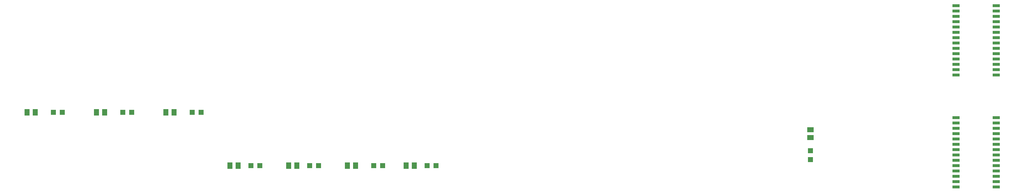
<source format=gtp>
G75*
G70*
%OFA0B0*%
%FSLAX24Y24*%
%IPPOS*%
%LPD*%
%AMOC8*
5,1,8,0,0,1.08239X$1,22.5*
%
%ADD10R,0.0472X0.0472*%
%ADD11R,0.0591X0.0512*%
%ADD12R,0.0512X0.0591*%
%ADD13R,0.0669X0.0256*%
D10*
X040187Y014100D03*
X041013Y014100D03*
X045687Y014100D03*
X046513Y014100D03*
X051687Y014100D03*
X052513Y014100D03*
X056687Y014100D03*
X057513Y014100D03*
X035513Y019100D03*
X034687Y019100D03*
X029013Y019100D03*
X028187Y019100D03*
X022513Y019100D03*
X021687Y019100D03*
X092600Y015513D03*
X092600Y014687D03*
D11*
X092600Y016726D03*
X092600Y017474D03*
D12*
X038226Y014100D03*
X038974Y014100D03*
X043726Y014100D03*
X044474Y014100D03*
X049226Y014100D03*
X049974Y014100D03*
X054726Y014100D03*
X055474Y014100D03*
X032974Y019100D03*
X032226Y019100D03*
X026474Y019100D03*
X025726Y019100D03*
X019974Y019100D03*
X019226Y019100D03*
D13*
X106218Y018600D03*
X106218Y018100D03*
X106218Y017600D03*
X106218Y017100D03*
X106218Y016600D03*
X106218Y016100D03*
X106218Y015600D03*
X106218Y015100D03*
X106218Y014600D03*
X106218Y014100D03*
X106218Y013600D03*
X106218Y013100D03*
X106218Y012600D03*
X106218Y012100D03*
X109982Y012100D03*
X109982Y012600D03*
X109982Y013100D03*
X109982Y013600D03*
X109982Y014100D03*
X109982Y014600D03*
X109982Y015100D03*
X109982Y015600D03*
X109982Y016100D03*
X109982Y016600D03*
X109982Y017100D03*
X109982Y017600D03*
X109982Y018100D03*
X109982Y018600D03*
X109982Y022600D03*
X109982Y023100D03*
X109982Y023600D03*
X109982Y024100D03*
X109982Y024600D03*
X109982Y025100D03*
X109982Y025600D03*
X109982Y026100D03*
X109982Y026600D03*
X109982Y027100D03*
X109982Y027600D03*
X109982Y028100D03*
X109982Y028600D03*
X109982Y029100D03*
X106218Y029100D03*
X106218Y028600D03*
X106218Y028100D03*
X106218Y027600D03*
X106218Y027100D03*
X106218Y026600D03*
X106218Y026100D03*
X106218Y025600D03*
X106218Y025100D03*
X106218Y024600D03*
X106218Y024100D03*
X106218Y023600D03*
X106218Y023100D03*
X106218Y022600D03*
M02*

</source>
